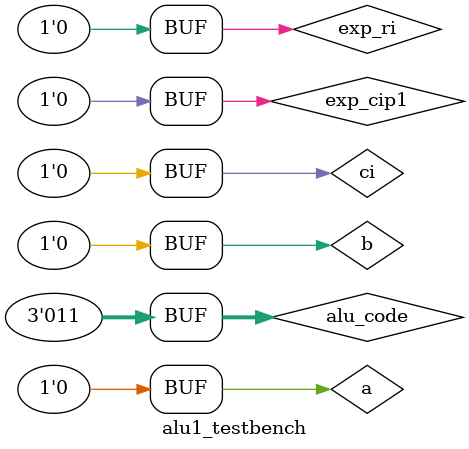
<source format=v>
`define DELAY 20
module alu1_testbench();
   reg a, b, ci;
   reg [2:0] alu_code;
   reg exp_ri, exp_cip1;
   wire tresult;
   wire ri, cip1;

   alu1 al0(ri, cip1, a, b, ci, alu_code);

   wire t0, t1;
   xnor xn0(t0, ri, exp_ri);
   xnor xn1(t1, cip1, exp_cip1);
   and a0(tresult, t0, t1);

   initial begin
      a = 1'b1;
      b = 1'b0;
      ci= 1'b0;
      alu_code = 3'b000;
      exp_ri = 1'b0;
      exp_cip1 = 1'b0;
      #`DELAY;
      a = 1'b1;
      b = 1'b1;
      ci= 1'b0;
      alu_code = 3'b000;
      exp_ri = 1'b1;
      exp_cip1 = 1'b1;
      #`DELAY;
      a = 1'b1;
      b = 1'b0;
      ci= 1'b0;
      alu_code = 3'b001;
      exp_ri = 1'b1;
      exp_cip1 = 1'b0;
      #`DELAY;
      a = 1'b1;
      b = 1'b1;
      ci= 1'b0;
      alu_code = 3'b001;
      exp_ri = 1'b1;
      exp_cip1 = 1'b1;
      #`DELAY;
      a = 1'b0;
      b = 1'b0;
      ci= 1'b0;
      alu_code = 3'b001;
      exp_ri = 1'b0;
      exp_cip1 = 1'b0;
      #`DELAY;
      a = 1'b0;
      b = 1'b0;
      ci= 1'b0;
      alu_code = 3'b010;
      exp_ri = 1'b0;
      exp_cip1 = 1'b0;
      #`DELAY;
      a = 1'b0;
      b = 1'b1;
      ci= 1'b0;
      alu_code = 3'b010;
      exp_ri = 1'b1;
      exp_cip1 = 1'b0;
      #`DELAY;
      a = 1'b1;
      b = 1'b1;
      ci= 1'b0;
      alu_code = 3'b010;
      exp_ri = 1'b0;
      exp_cip1 = 1'b1;
      #`DELAY;
      a = 1'b1;
      b = 1'b1;
      ci= 1'b1;
      alu_code = 3'b010;
      exp_ri = 1'b1;
      exp_cip1 = 1'b1;
      #`DELAY;
      a = 1'b1;
      b = 1'b1;
      ci= 1'b1;
      alu_code = 3'b110;
      exp_ri = 1'b0;
      exp_cip1 = 1'b1;
      #`DELAY;
      a = 1'b1;
      b = 1'b0;
      ci= 1'b1;
      alu_code = 3'b110;
      exp_ri = 1'b1;
      exp_cip1 = 1'b1;
      #`DELAY;
      a = 1'b0;
      b = 1'b0;
      ci= 1'b1;
      alu_code = 3'b110;
      exp_ri = 1'b0;
      exp_cip1 = 1'b1;
      #`DELAY;
      a = 1'b1;
      b = 1'b1;
      ci= 1'b0;
      alu_code = 3'b011;
      exp_ri = 1'b0;
      exp_cip1 = 1'b1;
      #`DELAY;
      a = 1'b1;
      b = 1'b0;
      ci= 1'b0;
      alu_code = 3'b011;
      exp_ri = 1'b1;
      exp_cip1 = 1'b0;
      #`DELAY;
      a = 1'b0;
      b = 1'b1;
      ci= 1'b0;
      alu_code = 3'b011;
      exp_ri = 1'b1;
      exp_cip1 = 1'b0;
      #`DELAY;
      a = 1'b0;
      b = 1'b0;
      ci= 1'b0;
      alu_code = 3'b011;
      exp_ri = 1'b0;
      exp_cip1 = 1'b0;
   end

   initial begin
      $monitor("time = %2d, a =%1b, b=%1b, ci=%1b,  alu_code=%3b, ri=%1b, exp_ri=%1b, cip1=%1b, exp_cip1=%1b, tresult=%1b", $time, a, b, ci,alu_code, ri, exp_ri, cip1, exp_cip1, tresult);
   end

endmodule //alu1_testbench

</source>
